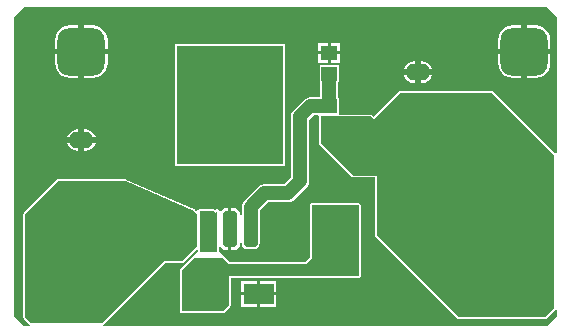
<source format=gtl>
G04*
G04 #@! TF.GenerationSoftware,Altium Limited,Altium Designer,21.6.1 (37)*
G04*
G04 Layer_Physical_Order=1*
G04 Layer_Color=255*
%FSLAX25Y25*%
%MOIN*%
G70*
G04*
G04 #@! TF.SameCoordinates,DC8E1805-1AE0-4662-A60C-033F26306971*
G04*
G04*
G04 #@! TF.FilePolarity,Positive*
G04*
G01*
G75*
G04:AMPARAMS|DCode=13|XSize=47.24mil|YSize=120.08mil|CornerRadius=11.81mil|HoleSize=0mil|Usage=FLASHONLY|Rotation=0.000|XOffset=0mil|YOffset=0mil|HoleType=Round|Shape=RoundedRectangle|*
%AMROUNDEDRECTD13*
21,1,0.04724,0.09646,0,0,0.0*
21,1,0.02362,0.12008,0,0,0.0*
1,1,0.02362,0.01181,-0.04823*
1,1,0.02362,-0.01181,-0.04823*
1,1,0.02362,-0.01181,0.04823*
1,1,0.02362,0.01181,0.04823*
%
%ADD13ROUNDEDRECTD13*%
%ADD14R,0.35433X0.39370*%
%ADD15R,0.05315X0.04528*%
%ADD16R,0.11417X0.21260*%
%ADD17R,0.09843X0.06693*%
%ADD25C,0.04724*%
G04:AMPARAMS|DCode=26|XSize=157.48mil|YSize=157.48mil|CornerRadius=39.37mil|HoleSize=0mil|Usage=FLASHONLY|Rotation=0.000|XOffset=0mil|YOffset=0mil|HoleType=Round|Shape=RoundedRectangle|*
%AMROUNDEDRECTD26*
21,1,0.15748,0.07874,0,0,0.0*
21,1,0.07874,0.15748,0,0,0.0*
1,1,0.07874,0.03937,-0.03937*
1,1,0.07874,-0.03937,-0.03937*
1,1,0.07874,-0.03937,0.03937*
1,1,0.07874,0.03937,0.03937*
%
%ADD26ROUNDEDRECTD26*%
%ADD27O,0.08268X0.05512*%
%ADD28C,0.02756*%
G36*
X501968Y319882D02*
Y268701D01*
X499016Y265748D01*
X470472D01*
X442913Y293307D01*
Y312992D01*
X435039D01*
X424213Y323819D01*
Y332677D01*
X440945D01*
X441929Y331693D01*
X450787Y340551D01*
X481299D01*
X501968Y319882D01*
D02*
G37*
G36*
X502925Y365723D02*
Y320442D01*
X502432Y320341D01*
X502425Y320341D01*
X481757Y341009D01*
X481299Y341199D01*
X450787D01*
X450329Y341009D01*
X441929Y332609D01*
X441403Y333135D01*
X440945Y333325D01*
X430421D01*
Y338984D01*
X430152D01*
Y344087D01*
X430421D01*
Y349811D01*
X427992D01*
X427938Y349833D01*
X427165Y349935D01*
X426393Y349833D01*
X426339Y349811D01*
X423909D01*
Y344087D01*
X424179D01*
Y339010D01*
X420669D01*
X419896Y338908D01*
X419176Y338610D01*
X418558Y338135D01*
X418558Y338135D01*
X415211Y334789D01*
X414737Y334170D01*
X414438Y333450D01*
X414337Y332677D01*
Y312261D01*
X412149Y310073D01*
X405512D01*
X405512Y310073D01*
X404739Y309971D01*
X404019Y309673D01*
X403400Y309198D01*
X398778Y304576D01*
X398304Y303958D01*
X398005Y303237D01*
X397904Y302465D01*
Y300031D01*
X397894Y299984D01*
X397405D01*
X397236Y300835D01*
X396754Y301557D01*
X396032Y302039D01*
X395181Y302208D01*
X394500D01*
Y295161D01*
Y288115D01*
X395181D01*
X396032Y288284D01*
X396754Y288766D01*
X397236Y289488D01*
X397405Y290339D01*
X397894D01*
X398032Y289644D01*
X398426Y289056D01*
X399014Y288662D01*
X399709Y288524D01*
X402071D01*
X402765Y288662D01*
X403354Y289056D01*
X403747Y289644D01*
X403885Y290339D01*
Y299984D01*
X403876Y300031D01*
Y301228D01*
X406749Y304100D01*
X413386D01*
X414159Y304202D01*
X414879Y304501D01*
X415497Y304975D01*
X419434Y308912D01*
X419909Y309530D01*
X420207Y310251D01*
X420309Y311024D01*
Y331440D01*
X421906Y333037D01*
X423324D01*
X423565Y332677D01*
Y323819D01*
X423755Y323361D01*
X434581Y312534D01*
X435039Y312344D01*
X442266D01*
Y293307D01*
X442455Y292849D01*
X470014Y265290D01*
X470472Y265100D01*
X499016D01*
X499474Y265290D01*
X502425Y268242D01*
X502432Y268242D01*
X502925Y268141D01*
Y266167D01*
X499581Y262823D01*
X351938D01*
X351837Y263316D01*
X351837Y263323D01*
X372316Y283801D01*
X377953D01*
X378411Y283991D01*
X382749Y288329D01*
X383210Y288137D01*
Y287670D01*
X381432Y285891D01*
X381432Y285891D01*
X377495Y281954D01*
X377305Y281496D01*
Y267717D01*
X377495Y267259D01*
X377953Y267069D01*
X391732D01*
X392190Y267259D01*
X394159Y269227D01*
X394349Y269685D01*
Y278880D01*
X437008D01*
X437466Y279069D01*
X437656Y279528D01*
Y303150D01*
X437466Y303608D01*
X437008Y303797D01*
X421260D01*
X420802Y303608D01*
X420612Y303150D01*
Y285701D01*
X419023Y284112D01*
X393969D01*
X390411Y287670D01*
Y289116D01*
X390912Y289267D01*
X391246Y288766D01*
X391968Y288284D01*
X392819Y288115D01*
X393500D01*
Y295161D01*
Y302208D01*
X392819D01*
X391968Y302039D01*
X391246Y301557D01*
X390912Y301056D01*
X390488Y301162D01*
X390405Y301197D01*
X390386Y301243D01*
X390399Y301308D01*
X390294Y301465D01*
X390222Y301639D01*
X390160Y301665D01*
X390123Y301720D01*
X389938Y301757D01*
X389768Y301827D01*
X389764Y301829D01*
X389702Y301803D01*
X389637Y301816D01*
X389633Y301814D01*
X389480Y301711D01*
X389306Y301639D01*
X388986Y301660D01*
X388291Y301799D01*
X385929D01*
X385909Y301795D01*
X385827Y301829D01*
X383858D01*
X383400Y301639D01*
X383299Y301395D01*
X382749Y301238D01*
X382348Y301639D01*
X382234Y301686D01*
X382148Y301775D01*
X359510Y311618D01*
X359376Y311620D01*
X359252Y311671D01*
X336614D01*
X336156Y311482D01*
X325329Y300655D01*
X325140Y300197D01*
Y265748D01*
X325329Y265290D01*
X327297Y263323D01*
X327297Y263316D01*
X327196Y262823D01*
X325222D01*
X321878Y266167D01*
Y365723D01*
X325222Y369067D01*
X499581D01*
X502925Y365723D01*
D02*
G37*
G36*
X437008Y279528D02*
X393701D01*
Y269685D01*
X391732Y267717D01*
X377953D01*
Y281496D01*
X381890Y285433D01*
X381890D01*
X383858Y287402D01*
Y301181D01*
X385827D01*
Y295276D01*
X389764Y301181D01*
Y287402D01*
X393701Y283465D01*
X419291D01*
X421260Y285433D01*
Y303150D01*
X437008D01*
Y279528D01*
D02*
G37*
G36*
X381890Y301181D02*
X382874Y300197D01*
Y289370D01*
X377953Y284449D01*
X372047D01*
X351378Y263779D01*
X327756D01*
X325787Y265748D01*
Y300197D01*
X336614Y311024D01*
X359252D01*
X381890Y301181D01*
D02*
G37*
%LPC*%
G36*
X496063Y363033D02*
X493110D01*
Y355315D01*
X500828D01*
Y358268D01*
X500666Y359501D01*
X500190Y360650D01*
X499433Y361637D01*
X498446Y362394D01*
X497296Y362871D01*
X496063Y363033D01*
D02*
G37*
G36*
X491142D02*
X488189D01*
X486956Y362871D01*
X485806Y362394D01*
X484820Y361637D01*
X484062Y360650D01*
X483586Y359501D01*
X483424Y358268D01*
Y355315D01*
X491142D01*
Y363033D01*
D02*
G37*
G36*
X348425D02*
X345472D01*
Y355315D01*
X353190D01*
Y358268D01*
X353028Y359501D01*
X352552Y360650D01*
X351795Y361637D01*
X350808Y362394D01*
X349658Y362871D01*
X348425Y363033D01*
D02*
G37*
G36*
X343504D02*
X340551D01*
X339318Y362871D01*
X338169Y362394D01*
X337182Y361637D01*
X336424Y360650D01*
X335948Y359501D01*
X335786Y358268D01*
Y355315D01*
X343504D01*
Y363033D01*
D02*
G37*
G36*
X430823Y357102D02*
X427665D01*
Y354339D01*
X430823D01*
Y357102D01*
D02*
G37*
G36*
X426665D02*
X423508D01*
Y354339D01*
X426665D01*
Y357102D01*
D02*
G37*
G36*
X430823Y353339D02*
X427665D01*
Y350575D01*
X430823D01*
Y353339D01*
D02*
G37*
G36*
X426665D02*
X423508D01*
Y350575D01*
X426665D01*
Y353339D01*
D02*
G37*
G36*
X458071Y351015D02*
X457677D01*
Y348425D01*
X461498D01*
X461166Y349228D01*
X460598Y349968D01*
X459858Y350536D01*
X458996Y350893D01*
X458071Y351015D01*
D02*
G37*
G36*
X455709D02*
X455315D01*
X454390Y350893D01*
X453528Y350536D01*
X452788Y349968D01*
X452220Y349228D01*
X451887Y348425D01*
X455709D01*
Y351015D01*
D02*
G37*
G36*
X500828Y353346D02*
X493110D01*
Y345628D01*
X496063D01*
X497296Y345791D01*
X498446Y346267D01*
X499433Y347024D01*
X500190Y348011D01*
X500666Y349160D01*
X500828Y350394D01*
Y353346D01*
D02*
G37*
G36*
X491142D02*
X483424D01*
Y350394D01*
X483586Y349160D01*
X484062Y348011D01*
X484820Y347024D01*
X485806Y346267D01*
X486956Y345791D01*
X488189Y345628D01*
X491142D01*
Y353346D01*
D02*
G37*
G36*
X353190D02*
X345472D01*
Y345628D01*
X348425D01*
X349658Y345791D01*
X350808Y346267D01*
X351795Y347024D01*
X352552Y348011D01*
X353028Y349160D01*
X353190Y350394D01*
Y353346D01*
D02*
G37*
G36*
X343504D02*
X335786D01*
Y350394D01*
X335948Y349160D01*
X336424Y348011D01*
X337182Y347024D01*
X338169Y346267D01*
X339318Y345791D01*
X340551Y345628D01*
X343504D01*
Y353346D01*
D02*
G37*
G36*
X461498Y346457D02*
X457677D01*
Y343867D01*
X458071D01*
X458996Y343989D01*
X459858Y344346D01*
X460598Y344914D01*
X461166Y345654D01*
X461498Y346457D01*
D02*
G37*
G36*
X455709D02*
X451887D01*
X452220Y345654D01*
X452788Y344914D01*
X453528Y344346D01*
X454390Y343989D01*
X455315Y343867D01*
X455709D01*
Y346457D01*
D02*
G37*
G36*
X345866Y328377D02*
X345472D01*
Y325787D01*
X349294D01*
X348961Y326590D01*
X348393Y327330D01*
X347653Y327898D01*
X346791Y328255D01*
X345866Y328377D01*
D02*
G37*
G36*
X343504D02*
X343110D01*
X342185Y328255D01*
X341323Y327898D01*
X340583Y327330D01*
X340015Y326590D01*
X339683Y325787D01*
X343504D01*
Y328377D01*
D02*
G37*
G36*
X349294Y323819D02*
X345472D01*
Y321229D01*
X345866D01*
X346791Y321351D01*
X347653Y321708D01*
X348393Y322276D01*
X348961Y323016D01*
X349294Y323819D01*
D02*
G37*
G36*
X343504D02*
X339683D01*
X340015Y323016D01*
X340583Y322276D01*
X341323Y321708D01*
X342185Y321351D01*
X343110Y321229D01*
X343504D01*
Y323819D01*
D02*
G37*
G36*
X412315Y356784D02*
X375685D01*
Y316216D01*
X412315D01*
Y356784D01*
D02*
G37*
G36*
X409465Y277969D02*
X404043D01*
Y274122D01*
X409465D01*
Y277969D01*
D02*
G37*
G36*
X403043D02*
X397622D01*
Y274122D01*
X403043D01*
Y277969D01*
D02*
G37*
G36*
X409465Y273122D02*
X404043D01*
Y269276D01*
X409465D01*
Y273122D01*
D02*
G37*
G36*
X403043D02*
X397622D01*
Y269276D01*
X403043D01*
Y273122D01*
D02*
G37*
G36*
X385827Y289370D02*
X383858Y287402D01*
Y287402D01*
X381890Y285433D01*
X391732D01*
X389764Y287402D01*
X383858D01*
X385827Y289370D01*
Y289370D01*
D02*
G37*
%LPD*%
D13*
X380221Y295161D02*
D03*
X387110D02*
D03*
X394000D02*
D03*
X400890D02*
D03*
X407780D02*
D03*
D14*
X394000Y336500D02*
D03*
D15*
X427165Y353839D02*
D03*
Y346949D02*
D03*
Y336122D02*
D03*
Y329232D02*
D03*
D16*
X467913Y291339D02*
D03*
X429724D02*
D03*
D17*
X387795Y273622D02*
D03*
X403543D02*
D03*
D25*
X400890Y295161D02*
Y302465D01*
X405512Y307087D01*
X413386D02*
X417323Y311024D01*
X405512Y307087D02*
X413386D01*
X417323Y311024D02*
Y332677D01*
X420669Y336024D01*
X427067D02*
X427165Y336122D01*
X420669Y336024D02*
X427067D01*
X427165Y336122D02*
Y346949D01*
D26*
X344488Y354331D02*
D03*
X492126D02*
D03*
Y275590D02*
D03*
X344488D02*
D03*
D27*
X456693Y333661D02*
D03*
Y347441D02*
D03*
X344488Y324803D02*
D03*
Y305118D02*
D03*
D28*
X496063Y342520D02*
D03*
X484252D02*
D03*
X478346Y354331D02*
D03*
X466535D02*
D03*
X460630Y271654D02*
D03*
X454724Y354331D02*
D03*
X448819Y342520D02*
D03*
Y271654D02*
D03*
X442913Y354331D02*
D03*
X437008Y342520D02*
D03*
X442913Y283465D02*
D03*
X437008Y271654D02*
D03*
X425197Y318898D02*
D03*
X431102Y307086D02*
D03*
X425197Y271654D02*
D03*
X419291Y354331D02*
D03*
X413386Y295275D02*
D03*
Y271654D02*
D03*
X395669Y307086D02*
D03*
X383858D02*
D03*
X372047Y354331D02*
D03*
X366142Y342520D02*
D03*
X372047Y330709D02*
D03*
X366142Y318898D02*
D03*
Y271654D02*
D03*
X360236Y354331D02*
D03*
X354331Y342520D02*
D03*
X360236Y330709D02*
D03*
X354331Y318898D02*
D03*
X342520Y342520D02*
D03*
X348425Y330709D02*
D03*
X342520Y318898D02*
D03*
X330709Y342520D02*
D03*
X336614Y330709D02*
D03*
X330709Y318898D02*
D03*
M02*

</source>
